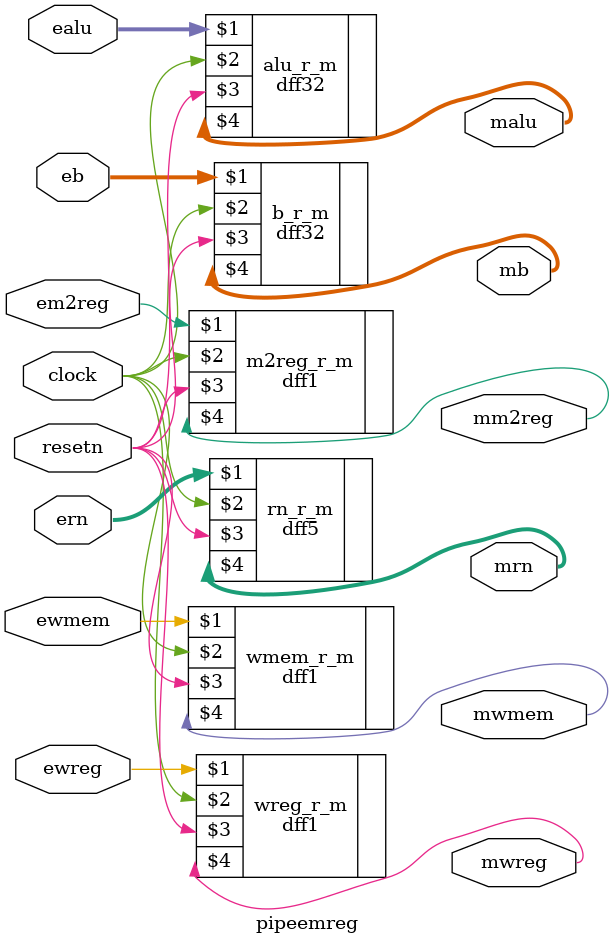
<source format=v>
module pipeemreg(ewreg, em2reg, ewmem, ealu, eb, ern, clock, resetn, mwreg, mm2reg, mwmem, malu, mb, mrn);
input         ewreg, em2reg, ewmem, clock, resetn;
input  [4:0]  ern;
input  [31:0] ealu, eb;
output        mwreg, mm2reg, mwmem;
output [4:0]  mrn;
output [31:0] malu, mb;

dff1 wreg_r_m(ewreg, clock, resetn, mwreg);
dff1 m2reg_r_m(em2reg, clock, resetn, mm2reg);
dff1 wmem_r_m(ewmem, clock, resetn, mwmem);
dff5 rn_r_m(ern, clock, resetn, mrn);
dff32 alu_r_m(ealu, clock, resetn, malu);
dff32 b_r_m(eb, clock, resetn, mb);
endmodule

</source>
